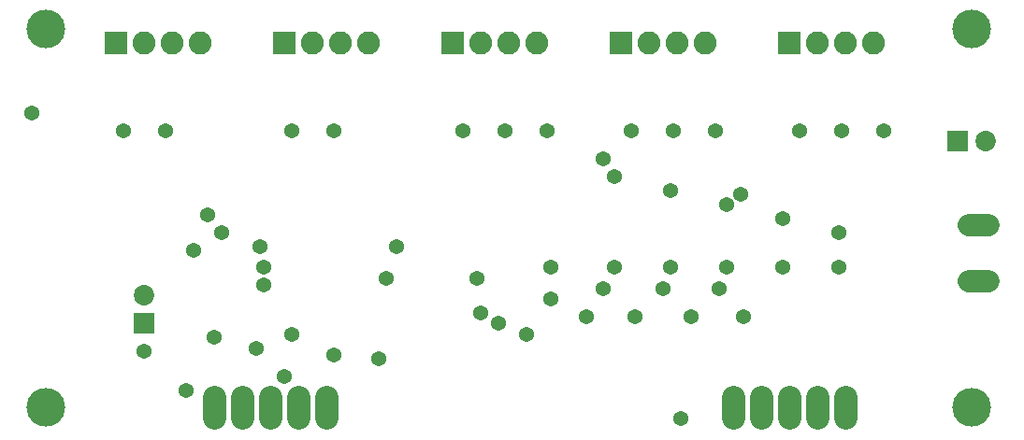
<source format=gbs>
G75*
G70*
%OFA0B0*%
%FSLAX24Y24*%
%IPPOS*%
%LPD*%
%AMOC8*
5,1,8,0,0,1.08239X$1,22.5*
%
%ADD10C,0.0730*%
%ADD11R,0.0730X0.0730*%
%ADD12C,0.1380*%
%ADD13C,0.0820*%
%ADD14R,0.0820X0.0820*%
%ADD15C,0.0820*%
%ADD16C,0.0790*%
%ADD17C,0.0540*%
D10*
X005600Y006100D03*
X035600Y011600D03*
D11*
X034600Y011600D03*
X005600Y005100D03*
D12*
X002100Y002100D03*
X002100Y015600D03*
X035100Y015600D03*
X035100Y002100D03*
D13*
X030600Y002470D02*
X030600Y001730D01*
X029600Y001730D02*
X029600Y002470D01*
X028600Y002470D02*
X028600Y001730D01*
X027600Y001730D02*
X027600Y002470D01*
X026600Y002470D02*
X026600Y001730D01*
X012100Y001730D02*
X012100Y002470D01*
X011100Y002470D02*
X011100Y001730D01*
X010100Y001730D02*
X010100Y002470D01*
X009100Y002470D02*
X009100Y001730D01*
X008100Y001730D02*
X008100Y002470D01*
D14*
X010600Y015100D03*
X004600Y015100D03*
X016600Y015100D03*
X022600Y015100D03*
X028600Y015100D03*
D15*
X029600Y015100D03*
X030600Y015100D03*
X031600Y015100D03*
X025600Y015100D03*
X024600Y015100D03*
X023600Y015100D03*
X019600Y015100D03*
X018600Y015100D03*
X017600Y015100D03*
X013600Y015100D03*
X012600Y015100D03*
X011600Y015100D03*
X007600Y015100D03*
X006600Y015100D03*
X005600Y015100D03*
D16*
X034995Y008600D02*
X035705Y008600D01*
X035705Y006600D02*
X034995Y006600D01*
D17*
X030350Y007100D03*
X028350Y007100D03*
X026350Y007100D03*
X026100Y006350D03*
X026975Y005350D03*
X025100Y005350D03*
X024100Y006350D03*
X024350Y007100D03*
X022350Y007100D03*
X021975Y006350D03*
X021350Y005350D03*
X020100Y005975D03*
X018225Y005100D03*
X017600Y005475D03*
X019225Y004725D03*
X023100Y005350D03*
X020100Y007100D03*
X017475Y006725D03*
X014600Y007850D03*
X014225Y006725D03*
X010850Y004725D03*
X009600Y004225D03*
X008100Y004600D03*
X005600Y004100D03*
X007100Y002725D03*
X010600Y003225D03*
X012350Y003975D03*
X013975Y003850D03*
X009850Y006475D03*
X009850Y007100D03*
X009725Y007850D03*
X008350Y008350D03*
X007350Y007725D03*
X007850Y008975D03*
X006350Y011975D03*
X004850Y011975D03*
X001600Y012600D03*
X010850Y011975D03*
X012350Y011975D03*
X016975Y011975D03*
X018475Y011975D03*
X019975Y011975D03*
X021975Y010975D03*
X022350Y010350D03*
X024350Y009850D03*
X026350Y009350D03*
X026850Y009725D03*
X028350Y008850D03*
X030350Y008350D03*
X030475Y011975D03*
X028975Y011975D03*
X025975Y011975D03*
X024475Y011975D03*
X022975Y011975D03*
X031975Y011975D03*
X024725Y001725D03*
M02*

</source>
